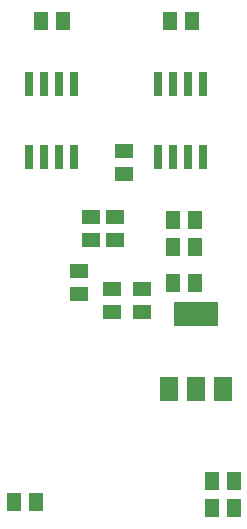
<source format=gbr>
G04 EAGLE Gerber RS-274X export*
G75*
%MOIN*%
%FSLAX25Y25*%
%LPD*%
%INSolderpaste Bottom*%
%IPPOS*%
%AMOC8*
5,1,8,0,0,1.08239X$1,22.5*%
G01*
%ADD10R,0.051181X0.059055*%
%ADD11R,0.059055X0.078740*%
%ADD12R,0.149606X0.078740*%
%ADD13R,0.026000X0.080000*%
%ADD14R,0.059055X0.051181*%


D10*
X27260Y190100D03*
X34740Y190100D03*
X70260Y190100D03*
X77740Y190100D03*
X25740Y30000D03*
X18260Y30000D03*
X84260Y28000D03*
X91740Y28000D03*
X71260Y103000D03*
X78740Y103000D03*
X91740Y37000D03*
X84260Y37000D03*
D11*
X88055Y67598D03*
X79000Y67598D03*
X69945Y67598D03*
D12*
X79000Y92402D03*
D13*
X23500Y169100D03*
X23500Y144900D03*
X28500Y169100D03*
X33500Y169100D03*
X28500Y144900D03*
X33500Y144900D03*
X38500Y169100D03*
X38500Y144900D03*
X66500Y169100D03*
X66500Y144900D03*
X71500Y169100D03*
X76500Y169100D03*
X71500Y144900D03*
X76500Y144900D03*
X81500Y169100D03*
X81500Y144900D03*
D14*
X61000Y100740D03*
X61000Y93260D03*
X40000Y106740D03*
X40000Y99260D03*
X51000Y93260D03*
X51000Y100740D03*
X55000Y139260D03*
X55000Y146740D03*
X44000Y124740D03*
X44000Y117260D03*
X52000Y124740D03*
X52000Y117260D03*
D10*
X71260Y124000D03*
X78740Y124000D03*
X71260Y115000D03*
X78740Y115000D03*
M02*

</source>
